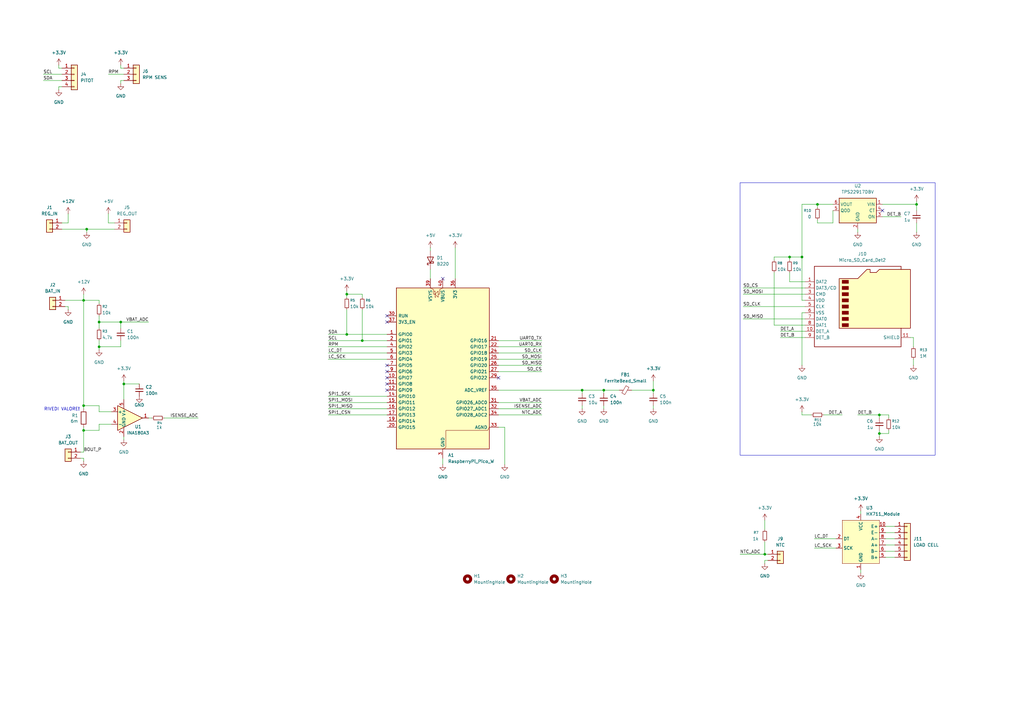
<source format=kicad_sch>
(kicad_sch (version 20250114) (generator "eeschema") (generator_version "9.0")
  (paper "A3")
  (lib_symbols
    (symbol "Amplifier_Current:INA180A3" (pin_names (offset 0.127))
      (property "Reference" "U" (at 3.81 3.81 0))
      (property "Value" "INA180A3" (at 3.81 -2.54 0))
      (symbol "INA180A3_0_1"
        (polyline (pts (xy 5.08 0) (xy -5.08 5.08) (xy -5.08 -5.08) (xy 5.08 0)) (stroke (width 0.254)) (fill (type background)))
      )
      (symbol "INA180A3_1_1"
        (pin input line (at -7.62 2.54 0) (length 2.54) (name "+") (number "3"))
        (pin input line (at -7.62 -2.54 0) (length 2.54) (name "-") (number "4"))
        (pin power_in line (at -2.54 7.62 270) (length 3.81) (name "V+") (number "5"))
        (pin power_in line (at -2.54 -7.62 90) (length 3.81) (name "GND") (number "2"))
        (pin output line (at 7.62 0 180) (length 2.54) (name "~") (number "1"))
      )
    )
    (symbol "Connector:Micro_SD_Card_Det2"
      (property "Reference" "J" (at -16.51 17.78 0))
      (property "Value" "Micro_SD_Card_Det2" (at 16.51 17.78 0))
      (symbol "Micro_SD_Card_Det2_0_1"
        (polyline (pts (xy -8.89 -8.89) (xy -8.89 11.43) (xy -1.27 11.43) (xy 2.54 15.24) (xy 3.81 15.24) (xy 3.81 13.97) (xy 6.35 13.97) (xy 7.62 15.24) (xy 20.32 15.24) (xy 20.32 -8.89) (xy -8.89 -8.89)) (stroke (width 0.254)) (fill (type background)))
        (rectangle (start -7.62 10.795) (end -5.08 9.525) (stroke (width 0.254)) (fill (type outline)))
        (rectangle (start -7.62 8.255) (end -5.08 6.985) (stroke (width 0.254)) (fill (type outline)))
        (rectangle (start -7.62 5.715) (end -5.08 4.445) (stroke (width 0.254)) (fill (type outline)))
        (rectangle (start -7.62 3.175) (end -5.08 1.905) (stroke (width 0.254)) (fill (type outline)))
        (rectangle (start -7.62 0.635) (end -5.08 -0.635) (stroke (width 0.254)) (fill (type outline)))
        (rectangle (start -7.62 -1.905) (end -5.08 -3.175) (stroke (width 0.254)) (fill (type outline)))
        (rectangle (start -7.62 -4.445) (end -5.08 -5.715) (stroke (width 0.254)) (fill (type outline)))
        (rectangle (start -7.62 -6.985) (end -5.08 -8.255) (stroke (width 0.254)) (fill (type outline)))
        (polyline (pts (xy 16.51 15.24) (xy 16.51 16.51) (xy -19.05 16.51) (xy -19.05 -16.51) (xy 16.51 -16.51) (xy 16.51 -8.89)) (stroke (width 0.254)))
      )
      (symbol "Micro_SD_Card_Det2_1_1"
        (pin bidirectional line (at -22.86 10.16 0) (length 3.81) (name "DAT2") (number "1"))
        (pin bidirectional line (at -22.86 7.62 0) (length 3.81) (name "DAT3/CD") (number "2"))
        (pin input line (at -22.86 5.08 0) (length 3.81) (name "CMD") (number "3"))
        (pin power_in line (at -22.86 2.54 0) (length 3.81) (name "VDD") (number "4"))
        (pin input line (at -22.86 0 0) (length 3.81) (name "CLK") (number "5"))
        (pin power_in line (at -22.86 -2.54 0) (length 3.81) (name "VSS") (number "6"))
        (pin bidirectional line (at -22.86 -5.08 0) (length 3.81) (name "DAT0") (number "7"))
        (pin bidirectional line (at -22.86 -7.62 0) (length 3.81) (name "DAT1") (number "8"))
        (pin passive line (at -22.86 -10.16 0) (length 3.81) (name "DET_A") (number "10"))
        (pin passive line (at -22.86 -12.7 0) (length 3.81) (name "DET_B") (number "9"))
        (pin passive line (at 20.32 -12.7 180) (length 3.81) (name "SHIELD") (number "11"))
      )
    )
    (symbol "Connector_Generic:Conn_01x02" (pin_names (offset 1.016) (hide yes))
      (property "Reference" "J" (at 0 2.54 0))
      (property "Value" "Conn_01x02" (at 0 -5.08 0))
      (symbol "Conn_01x02_1_1"
        (rectangle (start -1.27 1.27) (end 1.27 -3.81) (stroke (width 0.254)) (fill (type background)))
        (rectangle (start -1.27 0.127) (end 0 -0.127) (stroke (width 0.1524)))
        (rectangle (start -1.27 -2.413) (end 0 -2.667) (stroke (width 0.1524)))
        (pin passive line (at -5.08 0 0) (length 3.81) (name "Pin_1") (number "1"))
        (pin passive line (at -5.08 -2.54 0) (length 3.81) (name "Pin_2") (number "2"))
      )
    )
    (symbol "Connector_Generic:Conn_01x03" (pin_names (offset 1.016) (hide yes))
      (property "Reference" "J" (at 0 5.08 0))
      (property "Value" "Conn_01x03" (at 0 -5.08 0))
      (symbol "Conn_01x03_1_1"
        (rectangle (start -1.27 3.81) (end 1.27 -3.81) (stroke (width 0.254)) (fill (type background)))
        (rectangle (start -1.27 2.667) (end 0 2.413) (stroke (width 0.1524)))
        (rectangle (start -1.27 0.127) (end 0 -0.127) (stroke (width 0.1524)))
        (rectangle (start -1.27 -2.413) (end 0 -2.667) (stroke (width 0.1524)))
        (pin passive line (at -5.08 2.54 0) (length 3.81) (name "Pin_1") (number "1"))
        (pin passive line (at -5.08 0 0) (length 3.81) (name "Pin_2") (number "2"))
        (pin passive line (at -5.08 -2.54 0) (length 3.81) (name "Pin_3") (number "3"))
      )
    )
    (symbol "Connector_Generic:Conn_01x04" (pin_names (offset 1.016) (hide yes))
      (property "Reference" "J" (at 0 5.08 0))
      (property "Value" "Conn_01x04" (at 0 -7.62 0))
      (symbol "Conn_01x04_1_1"
        (rectangle (start -1.27 3.81) (end 1.27 -6.35) (stroke (width 0.254)) (fill (type background)))
        (rectangle (start -1.27 2.667) (end 0 2.413) (stroke (width 0.1524)))
        (rectangle (start -1.27 0.127) (end 0 -0.127) (stroke (width 0.1524)))
        (rectangle (start -1.27 -2.413) (end 0 -2.667) (stroke (width 0.1524)))
        (rectangle (start -1.27 -4.953) (end 0 -5.207) (stroke (width 0.1524)))
        (pin passive line (at -5.08 2.54 0) (length 3.81) (name "Pin_1") (number "1"))
        (pin passive line (at -5.08 0 0) (length 3.81) (name "Pin_2") (number "2"))
        (pin passive line (at -5.08 -2.54 0) (length 3.81) (name "Pin_3") (number "3"))
        (pin passive line (at -5.08 -5.08 0) (length 3.81) (name "Pin_4") (number "4"))
      )
    )
    (symbol "Connector_Generic:Conn_01x06" (pin_names (offset 1.016) (hide yes))
      (property "Reference" "J" (at 0 7.62 0))
      (property "Value" "Conn_01x06" (at 0 -10.16 0))
      (symbol "Conn_01x06_1_1"
        (rectangle (start -1.27 6.35) (end 1.27 -8.89) (stroke (width 0.254)) (fill (type background)))
        (rectangle (start -1.27 5.207) (end 0 4.953) (stroke (width 0.1524)))
        (rectangle (start -1.27 2.667) (end 0 2.413) (stroke (width 0.1524)))
        (rectangle (start -1.27 0.127) (end 0 -0.127) (stroke (width 0.1524)))
        (rectangle (start -1.27 -2.413) (end 0 -2.667) (stroke (width 0.1524)))
        (rectangle (start -1.27 -4.953) (end 0 -5.207) (stroke (width 0.1524)))
        (rectangle (start -1.27 -7.493) (end 0 -7.747) (stroke (width 0.1524)))
        (pin passive line (at -5.08 5.08 0) (length 3.81) (name "Pin_1") (number "1"))
        (pin passive line (at -5.08 2.54 0) (length 3.81) (name "Pin_2") (number "2"))
        (pin passive line (at -5.08 0 0) (length 3.81) (name "Pin_3") (number "3"))
        (pin passive line (at -5.08 -2.54 0) (length 3.81) (name "Pin_4") (number "4"))
        (pin passive line (at -5.08 -5.08 0) (length 3.81) (name "Pin_5") (number "5"))
        (pin passive line (at -5.08 -7.62 0) (length 3.81) (name "Pin_6") (number "6"))
      )
    )
    (symbol "Device:C_Small" (pin_numbers (hide yes)) (pin_names (offset 0.254) (hide yes))
      (property "Reference" "C" (at 0.254 1.778 0))
      (property "Value" "C_Small" (at 0.254 -2.032 0))
      (symbol "C_Small_0_1"
        (polyline (pts (xy -1.524 0.508) (xy 1.524 0.508)) (stroke (width 0.3048)))
        (polyline (pts (xy -1.524 -0.508) (xy 1.524 -0.508)) (stroke (width 0.3302)))
      )
      (symbol "C_Small_1_1"
        (pin passive line (at 0 2.54 270) (length 2.032) (name "~") (number "1"))
        (pin passive line (at 0 -2.54 90) (length 2.032) (name "~") (number "2"))
      )
    )
    (symbol "Device:FerriteBead_Small" (pin_numbers (hide yes)) (pin_names (offset 0))
      (property "Reference" "FB" (at 1.905 1.27 0))
      (property "Value" "FerriteBead_Small" (at 1.905 -1.27 0))
      (symbol "FerriteBead_Small_0_1"
        (polyline (pts (xy -1.8288 0.2794) (xy -1.1176 1.4986) (xy 1.8288 -0.2032) (xy 1.1176 -1.4224) (xy -1.8288 0.2794)))
        (polyline (pts (xy 0 0.889) (xy 0 1.2954)))
        (polyline (pts (xy 0 -1.27) (xy 0 -0.7874)))
      )
      (symbol "FerriteBead_Small_1_1"
        (pin passive line (at 0 2.54 270) (length 1.27) (name "~") (number "1"))
        (pin passive line (at 0 -2.54 90) (length 1.27) (name "~") (number "2"))
      )
    )
    (symbol "Device:R" (pin_numbers (hide yes)) (pin_names (offset 0))
      (property "Reference" "R" (at 2.032 0 90))
      (property "Value" "R" (at 0 0 90))
      (symbol "R_0_1"
        (rectangle (start -1.016 -2.54) (end 1.016 2.54) (stroke (width 0.254)))
      )
      (symbol "R_1_1"
        (pin passive line (at 0 3.81 270) (length 1.27) (name "~") (number "1"))
        (pin passive line (at 0 -3.81 90) (length 1.27) (name "~") (number "2"))
      )
    )
    (symbol "Device:R_Small" (pin_numbers (hide yes)) (pin_names (offset 0.254) (hide yes))
      (property "Reference" "R" (at 0 0 90))
      (property "Value" "R_Small" (at 1.778 0 90))
      (symbol "R_Small_0_1"
        (rectangle (start -0.762 1.778) (end 0.762 -1.778) (stroke (width 0.2032)))
      )
      (symbol "R_Small_1_1"
        (pin passive line (at 0 2.54 270) (length 0.762) (name "~") (number "1"))
        (pin passive line (at 0 -2.54 90) (length 0.762) (name "~") (number "2"))
      )
    )
    (symbol "Diode:B220" (pin_numbers (hide yes)) (pin_names (offset 1.016) (hide yes))
      (property "Reference" "D" (at 0 2.54 0))
      (property "Value" "B220" (at 0 -2.54 0))
      (symbol "B220_0_1"
        (polyline (pts (xy -1.905 0.635) (xy -1.905 1.27) (xy -1.27 1.27) (xy -1.27 -1.27) (xy -0.635 -1.27) (xy -0.635 -0.635)) (stroke (width 0.254)))
        (polyline (pts (xy 1.27 1.27) (xy 1.27 -1.27) (xy -1.27 0) (xy 1.27 1.27)) (stroke (width 0.254)))
        (polyline (pts (xy 1.27 0) (xy -1.27 0)))
      )
      (symbol "B220_1_1"
        (pin passive line (at -3.81 0 0) (length 2.54) (name "K") (number "1"))
        (pin passive line (at 3.81 0 180) (length 2.54) (name "A") (number "2"))
      )
    )
    (symbol "HX1171Module:HX711_Module"
      (property "Reference" "U" (at 2.794 10.16 0))
      (property "Value" "HX711_Module" (at 0 0 0))
      (symbol "HX711_Module_1_1"
        (rectangle (start -7.62 8.89) (end 7.62 -8.89) (fill (type color) (color 255 255 194 1)))
        (pin bidirectional line (at -10.16 1.27 0) (length 2.54) (name "DT") (number "2"))
        (pin input line (at -10.16 -2.54 0) (length 2.54) (name "SCK") (number "3"))
        (pin power_in line (at 0 11.43 270) (length 2.54) (name "VCC") (number "4"))
        (pin power_in line (at 0 -11.43 90) (length 2.54) (name "GND") (number "1"))
        (pin passive line (at 10.16 6.35 180) (length 2.54) (name "E+") (number "10"))
        (pin passive line (at 10.16 3.81 180) (length 2.54) (name "E-") (number "9"))
        (pin passive line (at 10.16 1.27 180) (length 2.54) (name "A-") (number "8"))
        (pin passive line (at 10.16 -1.27 180) (length 2.54) (name "A+") (number "7"))
        (pin passive line (at 10.16 -3.81 180) (length 2.54) (name "B-") (number "6"))
        (pin passive line (at 10.16 -6.35 180) (length 2.54) (name "B+") (number "5"))
      )
    )
    (symbol "MCU_Module:RaspberryPi_Pico_W" (pin_names (offset 0.762))
      (property "Reference" "A" (at -19.05 35.56 0))
      (property "Value" "RaspberryPi_Pico_W" (at 7.62 35.56 0))
      (symbol "RaspberryPi_Pico_W_0_1"
        (rectangle (start -19.05 34.29) (end 19.05 -31.75) (stroke (width 0.254)) (fill (type background)))
        (polyline (pts (xy -5.08 34.29) (xy -3.81 33.655) (xy -3.81 31.75) (xy -3.175 31.75)))
        (polyline (pts (xy -3.429 32.766) (xy -3.429 33.02) (xy -3.175 33.02) (xy -3.175 30.48) (xy -2.921 30.48) (xy -2.921 30.734)))
        (polyline (pts (xy -3.175 31.75) (xy -1.905 33.02) (xy -1.905 30.48) (xy -3.175 31.75)))
        (polyline (pts (xy 0 34.29) (xy -1.27 33.655) (xy -1.27 31.75) (xy -1.905 31.75)))
        (polyline (pts (xy 0 -31.75) (xy 1.27 -31.115) (xy 1.27 -24.13) (xy 18.415 -24.13) (xy 19.05 -22.86)))
      )
      (symbol "RaspberryPi_Pico_W_1_1"
        (pin passive line (at -22.86 22.86 0) (length 3.81) (name "RUN") (number "30"))
        (pin passive line (at -22.86 20.32 0) (length 3.81) (name "3V3_EN") (number "37"))
        (pin bidirectional line (at -22.86 15.24 0) (length 3.81) (name "GPIO0") (number "1"))
        (pin bidirectional line (at -22.86 12.7 0) (length 3.81) (name "GPIO1") (number "2"))
        (pin bidirectional line (at -22.86 10.16 0) (length 3.81) (name "GPIO2") (number "4"))
        (pin bidirectional line (at -22.86 7.62 0) (length 3.81) (name "GPIO3") (number "5"))
        (pin bidirectional line (at -22.86 5.08 0) (length 3.81) (name "GPIO4") (number "6"))
        (pin bidirectional line (at -22.86 2.54 0) (length 3.81) (name "GPIO5") (number "7"))
        (pin bidirectional line (at -22.86 0 0) (length 3.81) (name "GPIO6") (number "9"))
        (pin bidirectional line (at -22.86 -2.54 0) (length 3.81) (name "GPIO7") (number "10"))
        (pin bidirectional line (at -22.86 -5.08 0) (length 3.81) (name "GPIO8") (number "11"))
        (pin bidirectional line (at -22.86 -7.62 0) (length 3.81) (name "GPIO9") (number "12"))
        (pin bidirectional line (at -22.86 -10.16 0) (length 3.81) (name "GPIO10") (number "14"))
        (pin bidirectional line (at -22.86 -12.7 0) (length 3.81) (name "GPIO11") (number "15"))
        (pin bidirectional line (at -22.86 -15.24 0) (length 3.81) (name "GPIO12") (number "16"))
        (pin bidirectional line (at -22.86 -17.78 0) (length 3.81) (name "GPIO13") (number "17"))
        (pin bidirectional line (at -22.86 -20.32 0) (length 3.81) (name "GPIO14") (number "19"))
        (pin bidirectional line (at -22.86 -22.86 0) (length 3.81) (name "GPIO15") (number "20"))
        (pin power_in line (at -5.08 38.1 270) (length 3.81) (name "VSYS") (number "39"))
        (pin power_out line (at 0 38.1 270) (length 3.81) (name "VBUS") (number "40"))
        (pin passive line (at 0 -35.56 90) (length 3.81) (hide yes) (name "GND") (number "13"))
        (pin passive line (at 0 -35.56 90) (length 3.81) (hide yes) (name "GND") (number "18"))
        (pin passive line (at 0 -35.56 90) (length 3.81) (hide yes) (name "GND") (number "23"))
        (pin passive line (at 0 -35.56 90) (length 3.81) (hide yes) (name "GND") (number "28"))
        (pin power_out line (at 0 -35.56 90) (length 3.81) (name "GND") (number "3"))
        (pin passive line (at 0 -35.56 90) (length 3.81) (hide yes) (name "GND") (number "38"))
        (pin passive line (at 0 -35.56 90) (length 3.81) (hide yes) (name "GND") (number "8"))
        (pin power_out line (at 5.08 38.1 270) (length 3.81) (name "3V3") (number "36"))
        (pin bidirectional line (at 22.86 12.7 180) (length 3.81) (name "GPIO16") (number "21"))
        (pin bidirectional line (at 22.86 10.16 180) (length 3.81) (name "GPIO17") (number "22"))
        (pin bidirectional line (at 22.86 7.62 180) (length 3.81) (name "GPIO18") (number "24"))
        (pin bidirectional line (at 22.86 5.08 180) (length 3.81) (name "GPIO19") (number "25"))
        (pin bidirectional line (at 22.86 2.54 180) (length 3.81) (name "GPIO20") (number "26"))
        (pin bidirectional line (at 22.86 0 180) (length 3.81) (name "GPIO21") (number "27"))
        (pin bidirectional line (at 22.86 -2.54 180) (length 3.81) (name "GPIO22") (number "29"))
        (pin power_in line (at 22.86 -7.62 180) (length 3.81) (name "ADC_VREF") (number "35"))
        (pin bidirectional line (at 22.86 -12.7 180) (length 3.81) (name "GPIO26_ADC0") (number "31"))
        (pin bidirectional line (at 22.86 -15.24 180) (length 3.81) (name "GPIO27_ADC1") (number "32"))
        (pin bidirectional line (at 22.86 -17.78 180) (length 3.81) (name "GPIO28_ADC2") (number "34"))
        (pin power_out line (at 22.86 -22.86 180) (length 3.81) (name "AGND") (number "33"))
      )
    )
    (symbol "Mechanical:MountingHole" (pin_names (offset 1.016)) (in_bom no)
      (property "Reference" "H" (at 0 5.08 0))
      (property "Value" "MountingHole" (at 0 3.175 0))
      (symbol "MountingHole_0_1"
        (circle (center 0 0) (radius 1.27) (stroke (width 1.27)))
      )
    )
    (symbol "Power_Management:TPS22917DBV"
      (property "Reference" "U" (at -6.35 6.35 0))
      (property "Value" "TPS22917DBV" (at 2.54 6.35 0))
      (symbol "TPS22917DBV_0_1"
        (rectangle (start -7.62 5.08) (end 7.62 -5.08) (stroke (width 0.254)) (fill (type background)))
      )
      (symbol "TPS22917DBV_1_1"
        (pin power_in line (at -10.16 2.54 0) (length 2.54) (name "VIN") (number "1"))
        (pin output line (at -10.16 0 0) (length 2.54) (name "CT") (number "4"))
        (pin input line (at -10.16 -2.54 0) (length 2.54) (name "ON") (number "3"))
        (pin power_in line (at 0 -7.62 90) (length 2.54) (name "GND") (number "2"))
        (pin power_out line (at 10.16 2.54 180) (length 2.54) (name "VOUT") (number "6"))
        (pin open_collector line (at 10.16 0 180) (length 2.54) (name "QOD") (number "5"))
      )
    )
    (symbol "power:+12V" (power) (pin_numbers (hide yes)) (pin_names (offset 0) (hide yes))
      (property "Value" "+12V" (at 0 3.556 0))
      (symbol "+12V_0_1"
        (polyline (pts (xy -0.762 1.27) (xy 0 2.54)))
        (polyline (pts (xy 0 2.54) (xy 0.762 1.27)))
        (polyline (pts (xy 0 0) (xy 0 2.54)))
      )
      (symbol "+12V_1_1"
        (pin power_in line (at 0 0 90) (length 0) (name "~") (number "1"))
      )
    )
    (symbol "power:+3.3V" (power) (pin_numbers (hide yes)) (pin_names (offset 0) (hide yes))
      (property "Value" "+3.3V" (at 0 3.556 0))
      (symbol "+3.3V_0_1"
        (polyline (pts (xy -0.762 1.27) (xy 0 2.54)))
        (polyline (pts (xy 0 2.54) (xy 0.762 1.27)))
        (polyline (pts (xy 0 0) (xy 0 2.54)))
      )
      (symbol "+3.3V_1_1"
        (pin power_in line (at 0 0 90) (length 0) (name "~") (number "1"))
      )
    )
    (symbol "power:+5V" (power) (pin_numbers (hide yes)) (pin_names (offset 0) (hide yes))
      (property "Value" "+5V" (at 0 3.556 0))
      (symbol "+5V_0_1"
        (polyline (pts (xy -0.762 1.27) (xy 0 2.54)))
        (polyline (pts (xy 0 2.54) (xy 0.762 1.27)))
        (polyline (pts (xy 0 0) (xy 0 2.54)))
      )
      (symbol "+5V_1_1"
        (pin power_in line (at 0 0 90) (length 0) (name "~") (number "1"))
      )
    )
    (symbol "power:GND" (power) (pin_numbers (hide yes)) (pin_names (offset 0) (hide yes))
      (property "Value" "GND" (at 0 -3.81 0))
      (symbol "GND_0_1"
        (polyline (pts (xy 0 0) (xy 0 -1.27) (xy 1.27 -1.27) (xy 0 -2.54) (xy -1.27 -1.27) (xy 0 -1.27)))
      )
      (symbol "GND_1_1"
        (pin power_in line (at 0 0 270) (length 0) (name "~") (number "1"))
      )
    )
  )
  (rectangle (start 303.53 74.93) (end 383.54 186.69))
  (text "RIVEDI VALORE!" (at 25.4 167.894 0) (effects (font (size 1.27 1.27))))
  (junction (at 142.24 120.65))
  (junction (at 142.24 137.16))
  (junction (at 360.68 177.8))
  (junction (at 247.65 160.02))
  (junction (at 238.76 160.02))
  (junction (at 35.56 93.98))
  (junction (at 40.64 142.24))
  (junction (at 40.64 132.08))
  (junction (at 50.8 157.48))
  (junction (at 148.59 139.7))
  (junction (at 328.93 105.41))
  (junction (at 375.92 83.82))
  (junction (at 34.29 166.37))
  (junction (at 267.97 160.02))
  (junction (at 34.29 176.53))
  (junction (at 313.69 227.33))
  (junction (at 360.68 170.18))
  (junction (at 34.29 123.19))
  (junction (at 335.28 83.82))
  (junction (at 49.53 132.08))
  (junction (at 323.85 105.41))
  (no_connect (at 158.75 160.02))
  (no_connect (at 204.47 154.94))
  (no_connect (at 158.75 132.08))
  (no_connect (at 158.75 129.54))
  (no_connect (at 158.75 157.48))
  (no_connect (at 361.95 86.36))
  (no_connect (at 181.61 114.3))
  (no_connect (at 158.75 152.4))
  (no_connect (at 158.75 149.86))
  (no_connect (at 158.75 154.94))
  (wire (pts (xy 204.47 165.1) (xy 222.25 165.1)))
  (wire (pts (xy 303.53 227.33) (xy 313.69 227.33)))
  (wire (pts (xy 323.85 105.41) (xy 328.93 105.41)))
  (wire (pts (xy 267.97 156.21) (xy 267.97 160.02)))
  (wire (pts (xy 204.47 147.32) (xy 222.25 147.32)))
  (wire (pts (xy 375.92 83.82) (xy 375.92 86.36)))
  (wire (pts (xy 142.24 137.16) (xy 158.75 137.16)))
  (wire (pts (xy 50.8 33.02) (xy 49.53 33.02)))
  (wire (pts (xy 35.56 93.98) (xy 35.56 95.25)))
  (wire (pts (xy 323.85 115.57) (xy 330.2 115.57)))
  (wire (pts (xy 320.04 138.43) (xy 330.2 138.43)))
  (wire (pts (xy 40.64 173.99) (xy 45.72 173.99)))
  (wire (pts (xy 40.64 123.19) (xy 34.29 123.19)))
  (wire (pts (xy 25.4 27.94) (xy 24.13 27.94)))
  (wire (pts (xy 304.8 125.73) (xy 330.2 125.73)))
  (wire (pts (xy 267.97 160.02) (xy 267.97 161.29)))
  (wire (pts (xy 134.62 165.1) (xy 158.75 165.1)))
  (wire (pts (xy 323.85 106.68) (xy 323.85 105.41)))
  (wire (pts (xy 142.24 127) (xy 142.24 137.16)))
  (wire (pts (xy 46.99 91.44) (xy 44.45 91.44)))
  (wire (pts (xy 33.02 185.42) (xy 34.29 185.42)))
  (wire (pts (xy 40.64 132.08) (xy 40.64 134.62)))
  (wire (pts (xy 204.47 139.7) (xy 222.25 139.7)))
  (wire (pts (xy 317.5 105.41) (xy 317.5 106.68)))
  (wire (pts (xy 142.24 120.65) (xy 142.24 121.92)))
  (wire (pts (xy 363.22 218.44) (xy 367.03 218.44)))
  (wire (pts (xy 328.93 128.27) (xy 330.2 128.27)))
  (wire (pts (xy 204.47 167.64) (xy 222.25 167.64)))
  (wire (pts (xy 364.49 170.18) (xy 364.49 171.45)))
  (wire (pts (xy 328.93 170.18) (xy 328.93 168.91)))
  (wire (pts (xy 34.29 120.65) (xy 34.29 123.19)))
  (wire (pts (xy 49.53 33.02) (xy 49.53 34.29)))
  (wire (pts (xy 360.68 170.18) (xy 360.68 171.45)))
  (wire (pts (xy 176.53 110.49) (xy 176.53 114.3)))
  (wire (pts (xy 364.49 177.8) (xy 360.68 177.8)))
  (wire (pts (xy 363.22 226.06) (xy 367.03 226.06)))
  (wire (pts (xy 341.63 86.36) (xy 341.63 91.44)))
  (wire (pts (xy 369.57 88.9) (xy 361.95 88.9)))
  (wire (pts (xy 50.8 27.94) (xy 49.53 27.94)))
  (wire (pts (xy 364.49 176.53) (xy 364.49 177.8)))
  (wire (pts (xy 353.06 209.55) (xy 353.06 210.82)))
  (wire (pts (xy 374.65 138.43) (xy 373.38 138.43)))
  (wire (pts (xy 328.93 149.86) (xy 328.93 128.27)))
  (wire (pts (xy 148.59 139.7) (xy 158.75 139.7)))
  (wire (pts (xy 375.92 91.44) (xy 375.92 95.25)))
  (wire (pts (xy 44.45 87.63) (xy 44.45 91.44)))
  (wire (pts (xy 334.01 224.79) (xy 342.9 224.79)))
  (wire (pts (xy 314.96 229.87) (xy 313.69 229.87)))
  (wire (pts (xy 360.68 177.8) (xy 360.68 179.07)))
  (wire (pts (xy 238.76 160.02) (xy 238.76 161.29)))
  (wire (pts (xy 335.28 83.82) (xy 335.28 85.09)))
  (wire (pts (xy 24.13 27.94) (xy 24.13 26.67)))
  (wire (pts (xy 204.47 160.02) (xy 238.76 160.02)))
  (wire (pts (xy 363.22 223.52) (xy 367.03 223.52)))
  (wire (pts (xy 238.76 166.37) (xy 238.76 167.64)))
  (wire (pts (xy 247.65 166.37) (xy 247.65 167.64)))
  (wire (pts (xy 335.28 90.17) (xy 335.28 91.44)))
  (wire (pts (xy 35.56 93.98) (xy 46.99 93.98)))
  (wire (pts (xy 49.53 142.24) (xy 40.64 142.24)))
  (wire (pts (xy 40.64 168.91) (xy 45.72 168.91)))
  (wire (pts (xy 247.65 160.02) (xy 254 160.02)))
  (wire (pts (xy 27.94 125.73) (xy 26.67 125.73)))
  (wire (pts (xy 158.75 162.56) (xy 134.62 162.56)))
  (wire (pts (xy 363.22 228.6) (xy 367.03 228.6)))
  (wire (pts (xy 134.62 142.24) (xy 158.75 142.24)))
  (wire (pts (xy 34.29 176.53) (xy 40.64 176.53)))
  (wire (pts (xy 34.29 123.19) (xy 34.29 166.37)))
  (wire (pts (xy 60.96 132.08) (xy 49.53 132.08)))
  (wire (pts (xy 247.65 160.02) (xy 247.65 161.29)))
  (wire (pts (xy 204.47 149.86) (xy 222.25 149.86)))
  (wire (pts (xy 334.01 220.98) (xy 342.9 220.98)))
  (wire (pts (xy 317.5 133.35) (xy 330.2 133.35)))
  (wire (pts (xy 313.69 213.36) (xy 313.69 217.17)))
  (wire (pts (xy 204.47 152.4) (xy 222.25 152.4)))
  (wire (pts (xy 50.8 156.21) (xy 50.8 157.48)))
  (wire (pts (xy 317.5 105.41) (xy 323.85 105.41)))
  (wire (pts (xy 25.4 91.44) (xy 27.94 91.44)))
  (wire (pts (xy 328.93 105.41) (xy 328.93 123.19)))
  (wire (pts (xy 49.53 134.62) (xy 49.53 132.08)))
  (wire (pts (xy 204.47 144.78) (xy 222.25 144.78)))
  (wire (pts (xy 314.96 227.33) (xy 313.69 227.33)))
  (wire (pts (xy 374.65 142.24) (xy 374.65 138.43)))
  (wire (pts (xy 60.96 171.45) (xy 62.23 171.45)))
  (wire (pts (xy 267.97 166.37) (xy 267.97 167.64)))
  (wire (pts (xy 320.04 135.89) (xy 330.2 135.89)))
  (wire (pts (xy 34.29 189.23) (xy 34.29 187.96)))
  (wire (pts (xy 186.69 101.6) (xy 186.69 114.3)))
  (wire (pts (xy 25.4 93.98) (xy 35.56 93.98)))
  (wire (pts (xy 34.29 185.42) (xy 34.29 176.53)))
  (wire (pts (xy 313.69 229.87) (xy 313.69 231.14)))
  (wire (pts (xy 351.79 170.18) (xy 360.68 170.18)))
  (wire (pts (xy 50.8 179.07) (xy 50.8 180.34)))
  (wire (pts (xy 134.62 170.18) (xy 158.75 170.18)))
  (wire (pts (xy 351.79 93.98) (xy 351.79 95.25)))
  (wire (pts (xy 259.08 160.02) (xy 267.97 160.02)))
  (wire (pts (xy 134.62 137.16) (xy 142.24 137.16)))
  (wire (pts (xy 337.82 170.18) (xy 345.44 170.18)))
  (wire (pts (xy 44.45 30.48) (xy 50.8 30.48)))
  (wire (pts (xy 360.68 170.18) (xy 364.49 170.18)))
  (wire (pts (xy 142.24 119.38) (xy 142.24 120.65)))
  (wire (pts (xy 317.5 111.76) (xy 317.5 133.35)))
  (wire (pts (xy 363.22 220.98) (xy 367.03 220.98)))
  (wire (pts (xy 134.62 139.7) (xy 148.59 139.7)))
  (wire (pts (xy 40.64 129.54) (xy 40.64 132.08)))
  (wire (pts (xy 361.95 83.82) (xy 375.92 83.82)))
  (wire (pts (xy 26.67 123.19) (xy 34.29 123.19)))
  (wire (pts (xy 207.01 175.26) (xy 204.47 175.26)))
  (wire (pts (xy 25.4 35.56) (xy 24.13 35.56)))
  (wire (pts (xy 27.94 87.63) (xy 27.94 91.44)))
  (wire (pts (xy 176.53 101.6) (xy 176.53 102.87)))
  (wire (pts (xy 34.29 166.37) (xy 40.64 166.37)))
  (wire (pts (xy 304.8 130.81) (xy 330.2 130.81)))
  (wire (pts (xy 207.01 190.5) (xy 207.01 175.26)))
  (wire (pts (xy 40.64 123.19) (xy 40.64 124.46)))
  (wire (pts (xy 17.78 33.02) (xy 25.4 33.02)))
  (wire (pts (xy 375.92 83.82) (xy 375.92 82.55)))
  (wire (pts (xy 49.53 139.7) (xy 49.53 142.24)))
  (wire (pts (xy 341.63 83.82) (xy 335.28 83.82)))
  (wire (pts (xy 181.61 187.96) (xy 181.61 190.5)))
  (wire (pts (xy 148.59 120.65) (xy 142.24 120.65)))
  (wire (pts (xy 40.64 142.24) (xy 40.64 143.51)))
  (wire (pts (xy 148.59 127) (xy 148.59 139.7)))
  (wire (pts (xy 49.53 27.94) (xy 49.53 26.67)))
  (wire (pts (xy 335.28 91.44) (xy 341.63 91.44)))
  (wire (pts (xy 335.28 83.82) (xy 328.93 83.82)))
  (wire (pts (xy 40.64 139.7) (xy 40.64 142.24)))
  (wire (pts (xy 148.59 121.92) (xy 148.59 120.65)))
  (wire (pts (xy 57.15 157.48) (xy 50.8 157.48)))
  (wire (pts (xy 34.29 176.53) (xy 34.29 175.26)))
  (wire (pts (xy 360.68 176.53) (xy 360.68 177.8)))
  (wire (pts (xy 304.8 120.65) (xy 330.2 120.65)))
  (wire (pts (xy 330.2 123.19) (xy 328.93 123.19)))
  (wire (pts (xy 40.64 132.08) (xy 49.53 132.08)))
  (wire (pts (xy 304.8 118.11) (xy 330.2 118.11)))
  (wire (pts (xy 332.74 170.18) (xy 328.93 170.18)))
  (wire (pts (xy 328.93 83.82) (xy 328.93 105.41)))
  (wire (pts (xy 67.31 171.45) (xy 81.28 171.45)))
  (wire (pts (xy 353.06 233.68) (xy 353.06 234.95)))
  (wire (pts (xy 134.62 167.64) (xy 158.75 167.64)))
  (wire (pts (xy 34.29 166.37) (xy 34.29 167.64)))
  (wire (pts (xy 34.29 187.96) (xy 33.02 187.96)))
  (wire (pts (xy 323.85 111.76) (xy 323.85 115.57)))
  (wire (pts (xy 24.13 35.56) (xy 24.13 36.83)))
  (wire (pts (xy 363.22 215.9) (xy 367.03 215.9)))
  (wire (pts (xy 134.62 147.32) (xy 158.75 147.32)))
  (wire (pts (xy 313.69 222.25) (xy 313.69 227.33)))
  (wire (pts (xy 134.62 144.78) (xy 158.75 144.78)))
  (wire (pts (xy 40.64 166.37) (xy 40.64 168.91)))
  (wire (pts (xy 50.8 157.48) (xy 50.8 163.83)))
  (wire (pts (xy 238.76 160.02) (xy 247.65 160.02)))
  (wire (pts (xy 27.94 127) (xy 27.94 125.73)))
  (wire (pts (xy 374.65 147.32) (xy 374.65 149.86)))
  (wire (pts (xy 17.78 30.48) (xy 25.4 30.48)))
  (wire (pts (xy 204.47 170.18) (xy 222.25 170.18)))
  (wire (pts (xy 204.47 142.24) (xy 222.25 142.24)))
  (wire (pts (xy 40.64 176.53) (xy 40.64 173.99)))
  (label "SPI1_CSN" (at 134.62 170.18 0))
  (label "SCL" (at 134.62 139.7 0))
  (label "SDA" (at 17.78 33.02 0))
  (label "UART0_RX" (at 222.25 142.24 180))
  (label "VBAT_ADC" (at 222.25 165.1 180))
  (label "SD_MISO" (at 304.8 130.81 0))
  (label "LC_DT" (at 334.01 220.98 0))
  (label "SPI1_SCK" (at 134.62 162.56 0))
  (label "RPM" (at 134.62 142.24 0))
  (label "LC_SCK" (at 334.01 224.79 0))
  (label "ISENSE_ADC" (at 81.28 171.45 180))
  (label "DET_A" (at 345.44 170.18 180))
  (label "LC_DT" (at 134.62 144.78 0))
  (label "SCL" (at 17.78 30.48 0))
  (label "VBAT_ADC" (at 60.96 132.08 180))
  (label "SD_MOSI" (at 222.25 147.32 180))
  (label "DET_A" (at 320.04 135.89 0))
  (label "BOUT_P" (at 34.29 185.42 0))
  (label "SD_MOSI" (at 304.8 120.65 0))
  (label "SPI1_MISO" (at 134.62 167.64 0))
  (label "RPM" (at 44.45 30.48 0))
  (label "SD_CS" (at 222.25 152.4 180))
  (label "DET_B" (at 369.57 88.9 180))
  (label "UART0_TX" (at 222.25 139.7 180))
  (label "LC_SCK" (at 134.62 147.32 0))
  (label "NTC_ADC" (at 222.25 170.18 180))
  (label "SD_MISO" (at 222.25 149.86 180))
  (label "SPI1_MOSI" (at 134.62 165.1 0))
  (label "ISENSE_ADC" (at 222.25 167.64 180))
  (label "SD_CS" (at 304.8 118.11 0))
  (label "DET_B" (at 351.79 170.18 0))
  (label "SDA" (at 134.62 137.16 0))
  (label "NTC_ADC" (at 303.53 227.33 0))
  (label "SD_CLK" (at 222.25 144.78 180))
  (label "SD_CLK" (at 304.8 125.73 0))
  (label "DET_B" (at 320.04 138.43 0))
  (symbol (lib_id "power:+3.3V") (at 267.97 156.21 0) (mirror y) (unit 1)
    (property "Reference" "#PWR026" (effects (hide yes)))
    (property "Value" "+3.3V" (at 267.97 151.13 0))
    (property "Description" "Power symbol creates a global label with name \"+3.3V\"" (effects (hide yes)))
  )
  (symbol (lib_id "MCU_Module:RaspberryPi_Pico_W") (at 181.61 152.4 0) (unit 1)
    (property "Reference" "A1" (at 183.7533 186.69 0) (effects (justify left)))
    (property "Value" "RaspberryPi_Pico_W" (at 183.7533 189.23 0) (effects (justify left)))
    (property "Footprint" "Module:RaspberryPi_Pico_Common_THT" (effects (hide yes)))
    (property "Datasheet" "https://datasheets.raspberrypi.com/picow/pico-w-datasheet.pdf" (effects (hide yes)))
    (property "Description" "Versatile and inexpensive wireless microcontroller module powered by RP2040 dual-core Arm Cortex-M0+ processor up to 133 MHz, 264kB SRAM, 2MB QSPI flash, Infineon CYW43439 2.4GHz 802.11n wireless LAN; also supports Raspberry Pi Pico 2 W" (effects (hide yes)))
  )
  (symbol (lib_id "Mechanical:MountingHole") (at 209.55 237.49 0) (unit 1) (in_bom no)
    (property "Reference" "H2" (at 212.09 236.2199 0) (effects (justify left)))
    (property "Value" "MountingHole" (at 212.09 238.7599 0) (effects (justify left)))
    (property "Footprint" "MountingHole:MountingHole_2.2mm_M2_ISO7380" (effects (hide yes)))
    (property "Description" "Mounting Hole without connection" (effects (hide yes)))
  )
  (symbol (lib_id "power:GND") (at 375.92 95.25 0) (mirror y) (unit 1)
    (property "Reference" "#PWR038" (effects (hide yes)))
    (property "Value" "GND" (at 375.92 100.33 0))
    (property "Description" "Power symbol creates a global label with name \"GND\" , ground" (effects (hide yes)))
  )
  (symbol (lib_id "power:GND") (at 360.68 179.07 0) (unit 1)
    (property "Reference" "#PWR035" (effects (hide yes)))
    (property "Value" "GND" (at 360.68 184.15 0))
    (property "Description" "Power symbol creates a global label with name \"GND\" , ground" (effects (hide yes)))
  )
  (symbol (lib_id "power:+12V") (at 34.29 120.65 0) (unit 1)
    (property "Reference" "#PWR05" (effects (hide yes)))
    (property "Value" "+12V" (at 34.29 115.57 0))
    (property "Description" "Power symbol creates a global label with name \"+12V\"" (effects (hide yes)))
  )
  (symbol (lib_id "Connector_Generic:Conn_01x04") (at 30.48 30.48 0) (unit 1)
    (property "Reference" "J4" (at 33.02 30.4799 0) (effects (justify left)))
    (property "Value" "PITOT" (at 33.02 33.0199 0) (effects (justify left)))
    (property "Footprint" "Connector_JST:JST_PH_B4B-PH-K_1x04_P2.00mm_Vertical" (effects (hide yes)))
    (property "Description" "Generic connector, single row, 01x04, script generated (kicad-library-utils/schlib/autogen/connector/)" (effects (hide yes)))
  )
  (symbol (lib_id "Device:C_Small") (at 375.92 88.9 0) (mirror y) (unit 1)
    (property "Reference" "C7" (at 373.38 87.6362 0) (effects (justify left)))
    (property "Value" "1u" (at 373.38 90.1762 0) (effects (justify left)))
    (property "Footprint" "Capacitor_SMD:C_0805_2012Metric_Pad1.18x1.45mm_HandSolder" (effects (hide yes)))
    (property "Description" "Unpolarized capacitor, small symbol" (effects (hide yes)))
  )
  (symbol (lib_id "Device:C_Small") (at 247.65 163.83 0) (mirror y) (unit 1)
    (property "Reference" "C4" (at 250.19 162.5662 0) (effects (justify right)))
    (property "Value" "100n" (at 250.19 165.1062 0) (effects (justify right)))
    (property "Footprint" "Capacitor_SMD:C_0805_2012Metric_Pad1.18x1.45mm_HandSolder" (effects (hide yes)))
    (property "Description" "Unpolarized capacitor, small symbol" (effects (hide yes)))
  )
  (symbol (lib_id "power:+3.3V") (at 24.13 26.67 0) (mirror y) (unit 1)
    (property "Reference" "#PWR01" (effects (hide yes)))
    (property "Value" "+3.3V" (at 24.13 21.59 0))
    (property "Description" "Power symbol creates a global label with name \"+3.3V\"" (effects (hide yes)))
  )
  (symbol (lib_id "power:GND") (at 313.69 231.14 0) (unit 1)
    (property "Reference" "#PWR029" (effects (hide yes)))
    (property "Value" "GND" (at 313.69 236.22 0))
    (property "Description" "Power symbol creates a global label with name \"GND\" , ground" (effects (hide yes)))
  )
  (symbol (lib_id "Device:R_Small") (at 313.69 219.71 0) (unit 1)
    (property "Reference" "R7" (at 311.15 218.4399 0) (effects (font (size 1.016 1.016)) (justify right)))
    (property "Value" "1k" (at 311.15 220.9799 0) (effects (justify right)))
    (property "Footprint" "Resistor_SMD:R_0805_2012Metric_Pad1.20x1.40mm_HandSolder" (effects (hide yes)))
    (property "Description" "Resistor, small symbol" (effects (hide yes)))
  )
  (symbol (lib_id "Connector_Generic:Conn_01x02") (at 27.94 185.42 0) (mirror y) (unit 1)
    (property "Reference" "J3" (at 27.94 179.07 0))
    (property "Value" "BAT_OUT" (at 27.94 181.61 0))
    (property "Footprint" "Connector_AMASS:AMASS_XT60-F_1x02_P7.20mm_Vertical" (effects (hide yes)))
    (property "Description" "Generic connector, single row, 01x02, script generated (kicad-library-utils/schlib/autogen/connector/)" (effects (hide yes)))
  )
  (symbol (lib_id "Device:R_Small") (at 40.64 127 0) (unit 1)
    (property "Reference" "R2" (at 41.91 125.73 0) (effects (font (size 1.016 1.016)) (justify left)))
    (property "Value" "10k" (at 41.91 128.27 0) (effects (justify left)))
    (property "Footprint" "Resistor_SMD:R_0805_2012Metric_Pad1.20x1.40mm_HandSolder" (effects (hide yes)))
    (property "Description" "Resistor, small symbol" (effects (hide yes)))
  )
  (symbol (lib_id "power:GND") (at 328.93 149.86 0) (unit 1)
    (property "Reference" "#PWR030" (effects (hide yes)))
    (property "Value" "GND" (at 328.93 154.94 0))
    (property "Description" "Power symbol creates a global label with name \"GND\" , ground" (effects (hide yes)))
  )
  (symbol (lib_id "power:GND") (at 238.76 167.64 0) (unit 1)
    (property "Reference" "#PWR024" (effects (hide yes)))
    (property "Value" "GND" (at 238.76 172.72 0))
    (property "Description" "Power symbol creates a global label with name \"GND\" , ground" (effects (hide yes)))
  )
  (symbol (lib_id "Device:C_Small") (at 57.15 160.02 0) (unit 1)
    (property "Reference" "C2" (at 59.69 158.7562 0) (effects (justify left)))
    (property "Value" "100n" (at 59.69 161.2962 0) (effects (justify left)))
    (property "Footprint" "Capacitor_SMD:C_0805_2012Metric_Pad1.18x1.45mm_HandSolder" (effects (hide yes)))
    (property "Description" "Unpolarized capacitor, small symbol" (effects (hide yes)))
  )
  (symbol (lib_id "power:+12V") (at 27.94 87.63 0) (unit 1)
    (property "Reference" "#PWR03" (effects (hide yes)))
    (property "Value" "+12V" (at 27.94 82.55 0))
    (property "Description" "Power symbol creates a global label with name \"+12V\"" (effects (hide yes)))
  )
  (symbol (lib_id "Mechanical:MountingHole") (at 191.77 237.49 0) (unit 1) (in_bom no)
    (property "Reference" "H1" (at 194.31 236.2199 0) (effects (justify left)))
    (property "Value" "MountingHole" (at 194.31 238.7599 0) (effects (justify left)))
    (property "Footprint" "MountingHole:MountingHole_2.2mm_M2_ISO7380" (effects (hide yes)))
    (property "Description" "Mounting Hole without connection" (effects (hide yes)))
  )
  (symbol (lib_id "Device:C_Small") (at 360.68 173.99 0) (mirror y) (unit 1)
    (property "Reference" "C6" (at 358.14 172.7262 0) (effects (justify left)))
    (property "Value" "1u" (at 358.14 175.2662 0) (effects (justify left)))
    (property "Footprint" "Capacitor_SMD:C_0805_2012Metric_Pad1.18x1.45mm_HandSolder" (effects (hide yes)))
    (property "Description" "Unpolarized capacitor, small symbol" (effects (hide yes)))
  )
  (symbol (lib_id "power:+3.3V") (at 49.53 26.67 0) (mirror y) (unit 1)
    (property "Reference" "#PWR010" (effects (hide yes)))
    (property "Value" "+3.3V" (at 49.53 21.59 0))
    (property "Description" "Power symbol creates a global label with name \"+3.3V\"" (effects (hide yes)))
  )
  (symbol (lib_id "power:GND") (at 27.94 127 0) (unit 1)
    (property "Reference" "#PWR04" (effects (hide yes)))
    (property "Value" "GND" (at 27.94 132.08 0))
    (property "Description" "Power symbol creates a global label with name \"GND\" , ground" (effects (hide yes)))
  )
  (symbol (lib_id "Connector_Generic:Conn_01x02") (at 20.32 91.44 0) (mirror y) (unit 1)
    (property "Reference" "J1" (at 20.32 85.09 0))
    (property "Value" "REG_IN" (at 20.32 87.63 0))
    (property "Description" "Generic connector, single row, 01x02, script generated (kicad-library-utils/schlib/autogen/connector/)" (effects (hide yes)))
  )
  (symbol (lib_id "power:+3.3V") (at 142.24 119.38 0) (mirror y) (unit 1)
    (property "Reference" "#PWR019" (effects (hide yes)))
    (property "Value" "+3.3V" (at 142.24 114.3 0))
    (property "Description" "Power symbol creates a global label with name \"+3.3V\"" (effects (hide yes)))
  )
  (symbol (lib_id "Connector:Micro_SD_Card_Det2") (at 353.06 125.73 0) (unit 1)
    (property "Reference" "J10" (at 353.695 104.14 0))
    (property "Value" "Micro_SD_Card_Det2" (at 353.695 106.68 0))
    (property "Footprint" "Connector_Card:microSD_HC_Molex_104031-0811" (effects (hide yes)))
    (property "Datasheet" "https://www.hirose.com/en/product/document?clcode=&productname=&series=DM3&documenttype=Catalog&lang=en&documentid=D49662_en" (effects (hide yes)))
    (property "Description" "Micro SD Card Socket with two card detection pins" (effects (hide yes)))
  )
  (symbol (lib_id "Connector_Generic:Conn_01x03") (at 55.88 30.48 0) (unit 1)
    (property "Reference" "J6" (at 58.42 29.2099 0) (effects (justify left)))
    (property "Value" "RPM SENS" (at 58.42 31.7499 0) (effects (justify left)))
    (property "Footprint" "Connector_PinSocket_2.54mm:PinSocket_1x03_P2.54mm_Vertical" (effects (hide yes)))
    (property "Description" "Generic connector, single row, 01x03, script generated (kicad-library-utils/schlib/autogen/connector/)" (effects (hide yes)))
  )
  (symbol (lib_id "Device:R_Small") (at 323.85 109.22 0) (unit 1)
    (property "Reference" "R9" (at 325.12 107.95 0) (effects (font (size 1.016 1.016)) (justify left)))
    (property "Value" "10k" (at 325.12 110.49 0) (effects (justify left)))
    (property "Footprint" "Resistor_SMD:R_0805_2012Metric_Pad1.20x1.40mm_HandSolder" (effects (hide yes)))
    (property "Description" "Resistor, small symbol" (effects (hide yes)))
  )
  (symbol (lib_id "power:+5V") (at 44.45 87.63 0) (unit 1)
    (property "Reference" "#PWR09" (effects (hide yes)))
    (property "Value" "+5V" (at 44.45 82.55 0))
    (property "Description" "Power symbol creates a global label with name \"+5V\"" (effects (hide yes)))
  )
  (symbol (lib_id "power:GND") (at 40.64 143.51 0) (unit 1)
    (property "Reference" "#PWR08" (effects (hide yes)))
    (property "Value" "GND" (at 40.64 148.59 0))
    (property "Description" "Power symbol creates a global label with name \"GND\" , ground" (effects (hide yes)))
  )
  (symbol (lib_id "power:GND") (at 374.65 149.86 0) (unit 1)
    (property "Reference" "#PWR036" (effects (hide yes)))
    (property "Value" "GND" (at 374.65 154.94 0))
    (property "Description" "Power symbol creates a global label with name \"GND\" , ground" (effects (hide yes)))
  )
  (symbol (lib_id "power:GND") (at 207.01 190.5 0) (unit 1)
    (property "Reference" "#PWR023" (effects (hide yes)))
    (property "Value" "GND" (at 207.01 195.58 0))
    (property "Description" "Power symbol creates a global label with name \"GND\" , ground" (effects (hide yes)))
  )
  (symbol (lib_id "Connector_Generic:Conn_01x06") (at 372.11 220.98 0) (unit 1)
    (property "Reference" "J11" (at 374.65 220.9799 0) (effects (justify left)))
    (property "Value" "LOAD CELL" (at 374.65 223.5199 0) (effects (justify left)))
    (property "Footprint" "Connector_JST:JST_PH_B6B-PH-K_1x06_P2.00mm_Vertical" (effects (hide yes)))
    (property "Description" "Generic connector, single row, 01x06, script generated (kicad-library-utils/schlib/autogen/connector/)" (effects (hide yes)))
  )
  (symbol (lib_id "power:GND") (at 50.8 180.34 0) (unit 1)
    (property "Reference" "#PWR013" (effects (hide yes)))
    (property "Value" "GND" (at 50.8 185.42 0))
    (property "Description" "Power symbol creates a global label with name \"GND\" , ground" (effects (hide yes)))
  )
  (symbol (lib_id "Device:FerriteBead_Small") (at 256.54 160.02 90) (unit 1)
    (property "Reference" "FB1" (at 256.5019 153.67 90))
    (property "Value" "FerriteBead_Small" (at 256.5019 156.21 90))
    (property "Footprint" "Inductor_SMD:L_0805_2012Metric_Pad1.05x1.20mm_HandSolder" (effects (hide yes)))
    (property "Description" "Ferrite bead, small symbol" (effects (hide yes)))
  )
  (symbol (lib_id "Device:R_Small") (at 335.28 87.63 0) (mirror y) (unit 1)
    (property "Reference" "R10" (at 332.74 86.3599 0) (effects (font (size 1.016 1.016)) (justify left)))
    (property "Value" "0" (at 332.74 88.8999 0) (effects (justify left)))
    (property "Footprint" "Resistor_SMD:R_0805_2012Metric_Pad1.20x1.40mm_HandSolder" (effects (hide yes)))
    (property "Description" "Resistor, small symbol" (effects (hide yes)))
  )
  (symbol (lib_id "Connector_Generic:Conn_01x02") (at 52.07 91.44 0) (unit 1)
    (property "Reference" "J5" (at 52.07 85.09 0))
    (property "Value" "REG_OUT" (at 52.07 87.63 0))
    (property "Description" "Generic connector, single row, 01x02, script generated (kicad-library-utils/schlib/autogen/connector/)" (effects (hide yes)))
  )
  (symbol (lib_id "Amplifier_Current:INA180A3") (at 53.34 171.45 0) (unit 1)
    (property "Reference" "U1" (at 56.642 175.006 0))
    (property "Value" "INA180A3" (at 56.642 177.546 0))
    (property "Footprint" "Package_TO_SOT_SMD:SOT-23-5" (effects (hide yes)))
    (property "Datasheet" "http://www.ti.com/lit/ds/symlink/ina180.pdf" (effects (hide yes)))
    (property "Description" "Current Sense Amplifier, 1 Circuit, Rail-to-Rail, 26V, Gain 100 V/V, SOT-23-5" (effects (hide yes)))
  )
  (symbol (lib_id "power:GND") (at 49.53 34.29 0) (unit 1)
    (property "Reference" "#PWR011" (effects (hide yes)))
    (property "Value" "GND" (at 49.53 39.37 0))
    (property "Description" "Power symbol creates a global label with name \"GND\" , ground" (effects (hide yes)))
  )
  (symbol (lib_id "power:+3.3V") (at 353.06 209.55 0) (mirror y) (unit 1)
    (property "Reference" "#PWR033" (effects (hide yes)))
    (property "Value" "+3.3V" (at 353.06 204.47 0))
    (property "Description" "Power symbol creates a global label with name \"+3.3V\"" (effects (hide yes)))
  )
  (symbol (lib_id "power:GND") (at 35.56 95.25 0) (unit 1)
    (property "Reference" "#PWR07" (effects (hide yes)))
    (property "Value" "GND" (at 35.56 100.33 0))
    (property "Description" "Power symbol creates a global label with name \"GND\" , ground" (effects (hide yes)))
  )
  (symbol (lib_id "Device:C_Small") (at 267.97 163.83 0) (mirror y) (unit 1)
    (property "Reference" "C5" (at 270.51 162.5662 0) (effects (justify right)))
    (property "Value" "100n" (at 270.51 165.1062 0) (effects (justify right)))
    (property "Footprint" "Capacitor_SMD:C_0805_2012Metric_Pad1.18x1.45mm_HandSolder" (effects (hide yes)))
    (property "Description" "Unpolarized capacitor, small symbol" (effects (hide yes)))
  )
  (symbol (lib_id "power:+3.3V") (at 50.8 156.21 0) (mirror y) (unit 1)
    (property "Reference" "#PWR012" (effects (hide yes)))
    (property "Value" "+3.3V" (at 50.8 151.13 0))
    (property "Description" "Power symbol creates a global label with name \"+3.3V\"" (effects (hide yes)))
  )
  (symbol (lib_id "power:GND") (at 351.79 95.25 0) (mirror y) (unit 1)
    (property "Reference" "#PWR032" (effects (hide yes)))
    (property "Value" "GND" (at 351.79 100.33 0))
    (property "Description" "Power symbol creates a global label with name \"GND\" , ground" (effects (hide yes)))
  )
  (symbol (lib_id "power:GND") (at 57.15 162.56 0) (unit 1)
    (property "Reference" "#PWR014" (effects (hide yes)))
    (property "Value" "GND" (at 57.15 166.116 0))
    (property "Description" "Power symbol creates a global label with name \"GND\" , ground" (effects (hide yes)))
  )
  (symbol (lib_id "power:+3.3V") (at 186.69 101.6 0) (mirror y) (unit 1)
    (property "Reference" "#PWR022" (effects (hide yes)))
    (property "Value" "+3.3V" (at 186.69 96.52 0))
    (property "Description" "Power symbol creates a global label with name \"+3.3V\"" (effects (hide yes)))
  )
  (symbol (lib_id "Device:R_Small") (at 142.24 124.46 0) (unit 1)
    (property "Reference" "R5" (at 143.51 123.19 0) (effects (font (size 1.016 1.016)) (justify left)))
    (property "Value" "10k" (at 143.51 125.73 0) (effects (justify left)))
    (property "Footprint" "Resistor_SMD:R_0805_2012Metric_Pad1.20x1.40mm_HandSolder" (effects (hide yes)))
    (property "Description" "Resistor, small symbol" (effects (hide yes)))
  )
  (symbol (lib_id "Connector_Generic:Conn_01x02") (at 21.59 123.19 0) (mirror y) (unit 1)
    (property "Reference" "J2" (at 21.59 116.84 0))
    (property "Value" "BAT_IN" (at 21.59 119.38 0))
    (property "Footprint" "Connector_AMASS:AMASS_XT60-F_1x02_P7.20mm_Vertical" (effects (hide yes)))
    (property "Description" "Generic connector, single row, 01x02, script generated (kicad-library-utils/schlib/autogen/connector/)" (effects (hide yes)))
  )
  (symbol (lib_id "power:GND") (at 247.65 167.64 0) (unit 1)
    (property "Reference" "#PWR025" (effects (hide yes)))
    (property "Value" "GND" (at 247.65 172.72 0))
    (property "Description" "Power symbol creates a global label with name \"GND\" , ground" (effects (hide yes)))
  )
  (symbol (lib_id "Mechanical:MountingHole") (at 227.33 237.49 0) (unit 1) (in_bom no)
    (property "Reference" "H3" (at 229.87 236.2199 0) (effects (justify left)))
    (property "Value" "MountingHole" (at 229.87 238.7599 0) (effects (justify left)))
    (property "Footprint" "MountingHole:MountingHole_2.2mm_M2_ISO7380" (effects (hide yes)))
    (property "Description" "Mounting Hole without connection" (effects (hide yes)))
  )
  (symbol (lib_id "power:+3.3V") (at 328.93 168.91 0) (unit 1)
    (property "Reference" "#PWR031" (effects (hide yes)))
    (property "Value" "+3.3V" (at 328.93 163.83 0))
    (property "Description" "Power symbol creates a global label with name \"+3.3V\"" (effects (hide yes)))
  )
  (symbol (lib_id "HX1171Module:HX711_Module") (at 353.06 222.25 0) (unit 1)
    (property "Reference" "U3" (at 355.2033 208.28 0) (effects (justify left)))
    (property "Value" "HX711_Module" (at 355.2033 210.82 0) (effects (justify left)))
    (property "Footprint" "HX711Module:HX711_Module" (effects (hide yes)))
  )
  (symbol (lib_id "Device:R_Small") (at 64.77 171.45 90) (unit 1)
    (property "Reference" "R4" (at 66.548 173.482 90) (effects (font (size 1.016 1.016)) (justify left)))
    (property "Value" "1k" (at 66.548 175.26 90) (effects (justify left)))
    (property "Footprint" "Resistor_SMD:R_0805_2012Metric_Pad1.20x1.40mm_HandSolder" (effects (hide yes)))
    (property "Description" "Resistor, small symbol" (effects (hide yes)))
  )
  (symbol (lib_id "Device:R_Small") (at 148.59 124.46 0) (unit 1)
    (property "Reference" "R6" (at 149.86 123.19 0) (effects (font (size 1.016 1.016)) (justify left)))
    (property "Value" "10k" (at 149.86 125.73 0) (effects (justify left)))
    (property "Footprint" "Resistor_SMD:R_0805_2012Metric_Pad1.20x1.40mm_HandSolder" (effects (hide yes)))
    (property "Description" "Resistor, small symbol" (effects (hide yes)))
  )
  (symbol (lib_id "power:+3.3V") (at 313.69 213.36 0) (mirror y) (unit 1)
    (property "Reference" "#PWR028" (effects (hide yes)))
    (property "Value" "+3.3V" (at 313.69 208.28 0))
    (property "Description" "Power symbol creates a global label with name \"+3.3V\"" (effects (hide yes)))
  )
  (symbol (lib_id "Device:C_Small") (at 49.53 137.16 0) (unit 1)
    (property "Reference" "C1" (at 52.07 135.8962 0) (effects (justify left)))
    (property "Value" "100n" (at 52.07 138.4362 0) (effects (justify left)))
    (property "Footprint" "Capacitor_SMD:C_0805_2012Metric_Pad1.18x1.45mm_HandSolder" (effects (hide yes)))
    (property "Description" "Unpolarized capacitor, small symbol" (effects (hide yes)))
  )
  (symbol (lib_id "Power_Management:TPS22917DBV") (at 351.79 86.36 0) (mirror y) (unit 1)
    (property "Reference" "U2" (at 351.79 76.2 0))
    (property "Value" "TPS22917DBV" (at 351.79 78.74 0))
    (property "Footprint" "Package_TO_SOT_SMD:SOT-23-6" (effects (hide yes)))
    (property "Datasheet" "http://www.ti.com/lit/ds/symlink/tps22917.pdf" (effects (hide yes)))
    (property "Description" "1V to 5.5V, 2A, 80mΩ Ultra-Low Leakage Load Switch, SOT23-6" (effects (hide yes)))
  )
  (symbol (lib_id "Device:R_Small") (at 317.5 109.22 0) (unit 1)
    (property "Reference" "R8" (at 318.77 107.95 0) (effects (font (size 1.016 1.016)) (justify left)))
    (property "Value" "10k" (at 318.77 110.49 0) (effects (justify left)))
    (property "Footprint" "Resistor_SMD:R_0805_2012Metric_Pad1.20x1.40mm_HandSolder" (effects (hide yes)))
    (property "Description" "Resistor, small symbol" (effects (hide yes)))
  )
  (symbol (lib_id "Device:R_Small") (at 374.65 144.78 0) (unit 1)
    (property "Reference" "R13" (at 377.19 143.5099 0) (effects (font (size 1.016 1.016)) (justify left)))
    (property "Value" "1M" (at 377.19 146.0499 0) (effects (justify left)))
    (property "Footprint" "Resistor_SMD:R_0805_2012Metric_Pad1.20x1.40mm_HandSolder" (effects (hide yes)))
    (property "Description" "Resistor, small symbol" (effects (hide yes)))
  )
  (symbol (lib_id "power:GND") (at 353.06 234.95 0) (unit 1)
    (property "Reference" "#PWR034" (effects (hide yes)))
    (property "Value" "GND" (at 353.06 240.03 0))
    (property "Description" "Power symbol creates a global label with name \"GND\" , ground" (effects (hide yes)))
  )
  (symbol (lib_id "Device:R") (at 34.29 171.45 180) (unit 1)
    (property "Reference" "R1" (at 30.734 170.434 0))
    (property "Value" "6m" (at 30.48 172.72 0))
    (property "Footprint" "Resistor_SMD:R_2512_6332Metric_Pad1.40x3.35mm_HandSolder" (effects (hide yes)))
    (property "Description" "Resistor" (effects (hide yes)))
  )
  (symbol (lib_id "power:GND") (at 34.29 189.23 0) (unit 1)
    (property "Reference" "#PWR06" (effects (hide yes)))
    (property "Value" "GND" (at 34.29 194.31 0))
    (property "Description" "Power symbol creates a global label with name \"GND\" , ground" (effects (hide yes)))
  )
  (symbol (lib_id "Device:C_Small") (at 238.76 163.83 0) (mirror y) (unit 1)
    (property "Reference" "C3" (at 241.3 162.5662 0) (effects (justify right)))
    (property "Value" "10u" (at 241.3 165.1062 0) (effects (justify right)))
    (property "Footprint" "Capacitor_SMD:C_0805_2012Metric_Pad1.18x1.45mm_HandSolder" (effects (hide yes)))
    (property "Description" "Unpolarized capacitor, small symbol" (effects (hide yes)))
  )
  (symbol (lib_id "power:GND") (at 181.61 190.5 0) (unit 1)
    (property "Reference" "#PWR021" (effects (hide yes)))
    (property "Value" "GND" (at 181.61 195.58 0))
    (property "Description" "Power symbol creates a global label with name \"GND\" , ground" (effects (hide yes)))
  )
  (symbol (lib_id "power:+3.3V") (at 375.92 82.55 0) (mirror y) (unit 1)
    (property "Reference" "#PWR037" (effects (hide yes)))
    (property "Value" "+3.3V" (at 375.92 77.47 0))
    (property "Description" "Power symbol creates a global label with name \"+3.3V\"" (effects (hide yes)))
  )
  (symbol (lib_id "Connector_Generic:Conn_01x02") (at 320.04 227.33 0) (unit 1)
    (property "Reference" "J9" (at 320.04 220.98 0))
    (property "Value" "NTC" (at 320.04 223.52 0))
    (property "Footprint" "Connector_JST:JST_PH_B2B-PH-K_1x02_P2.00mm_Vertical" (effects (hide yes)))
    (property "Description" "Generic connector, single row, 01x02, script generated (kicad-library-utils/schlib/autogen/connector/)" (effects (hide yes)))
  )
  (symbol (lib_id "Device:R_Small") (at 364.49 173.99 0) (unit 1)
    (property "Reference" "R12" (at 365.76 172.72 0) (effects (font (size 1.016 1.016)) (justify left)))
    (property "Value" "10k" (at 365.76 175.26 0) (effects (justify left)))
    (property "Footprint" "Resistor_SMD:R_0805_2012Metric_Pad1.20x1.40mm_HandSolder" (effects (hide yes)))
    (property "Description" "Resistor, small symbol" (effects (hide yes)))
  )
  (symbol (lib_id "power:GND") (at 24.13 36.83 0) (unit 1)
    (property "Reference" "#PWR02" (effects (hide yes)))
    (property "Value" "GND" (at 24.13 41.91 0))
    (property "Description" "Power symbol creates a global label with name \"GND\" , ground" (effects (hide yes)))
  )
  (symbol (lib_id "power:GND") (at 267.97 167.64 0) (unit 1)
    (property "Reference" "#PWR027" (effects (hide yes)))
    (property "Value" "GND" (at 267.97 172.72 0))
    (property "Description" "Power symbol creates a global label with name \"GND\" , ground" (effects (hide yes)))
  )
  (symbol (lib_id "Device:R_Small") (at 40.64 137.16 0) (unit 1)
    (property "Reference" "R3" (at 41.91 135.89 0) (effects (font (size 1.016 1.016)) (justify left)))
    (property "Value" "4.7k" (at 41.91 138.43 0) (effects (justify left)))
    (property "Footprint" "Resistor_SMD:R_0805_2012Metric_Pad1.20x1.40mm_HandSolder" (effects (hide yes)))
    (property "Description" "Resistor, small symbol" (effects (hide yes)))
  )
  (symbol (lib_id "Diode:B220") (at 176.53 106.68 90) (unit 1)
    (property "Reference" "D1" (at 179.07 105.7274 90) (effects (justify right)))
    (property "Value" "B220" (at 179.07 108.2674 90) (effects (justify right)))
    (property "Footprint" "Diode_SMD:D_SMB" (effects (hide yes)))
    (property "Datasheet" "http://www.jameco.com/Jameco/Products/ProdDS/1538777.pdf" (effects (hide yes)))
    (property "Description" "20V 2A Schottky Barrier Rectifier Diode, SMB" (effects (hide yes)))
  )
  (symbol (lib_id "Device:R_Small") (at 335.28 170.18 90) (unit 1)
    (property "Reference" "R11" (at 337.058 172.212 90) (effects (font (size 1.016 1.016)) (justify left)))
    (property "Value" "10k" (at 337.058 173.99 90) (effects (justify left)))
    (property "Footprint" "Resistor_SMD:R_0805_2012Metric_Pad1.20x1.40mm_HandSolder" (effects (hide yes)))
    (property "Description" "Resistor, small symbol" (effects (hide yes)))
  )
  (symbol (lib_id "power:+5V") (at 176.53 101.6 0) (unit 1)
    (property "Reference" "#PWR020" (effects (hide yes)))
    (property "Value" "+5V" (at 176.53 96.52 0))
    (property "Description" "Power symbol creates a global label with name \"+5V\"" (effects (hide yes)))
  )
)
</source>
